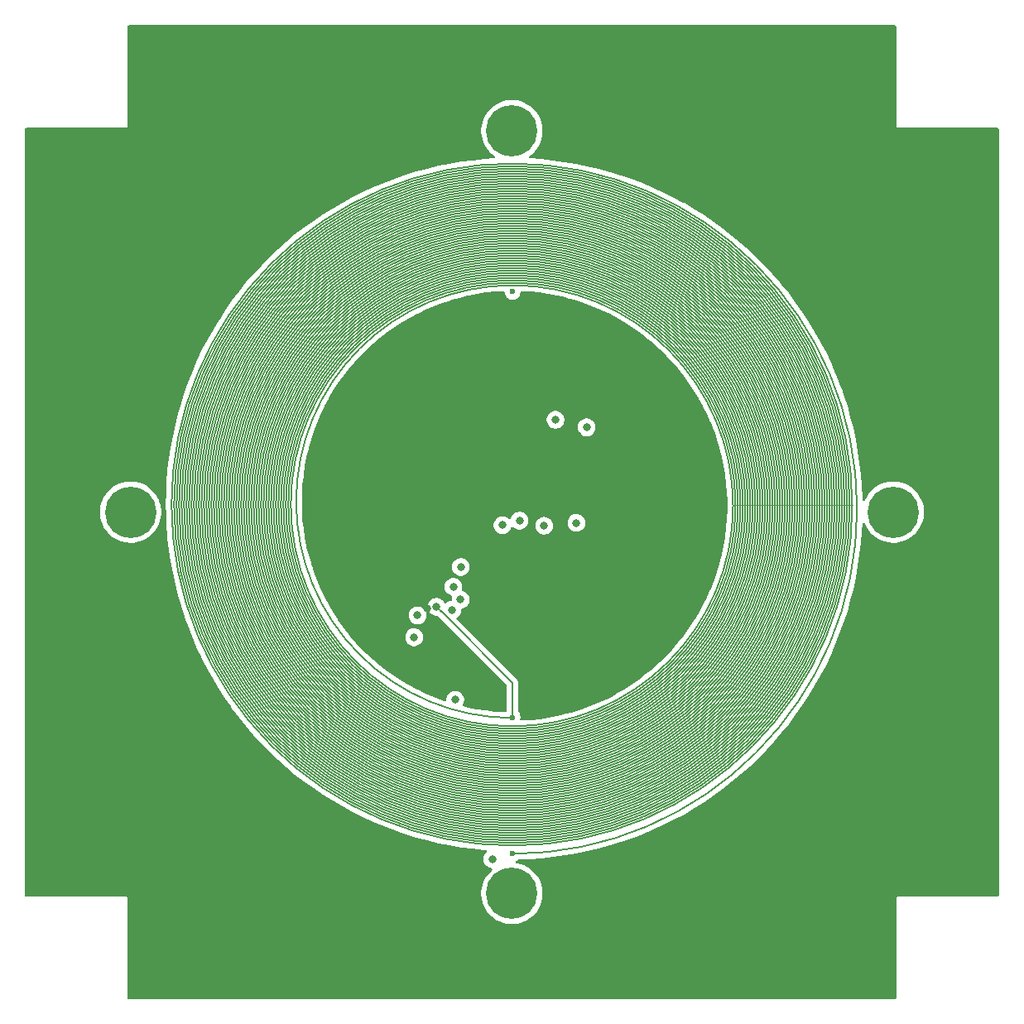
<source format=gbr>
%TF.GenerationSoftware,KiCad,Pcbnew,9.0.0*%
%TF.CreationDate,2025-03-12T18:23:27-07:00*%
%TF.ProjectId,Z_Face_V2,5a5f4661-6365-45f5-9632-2e6b69636164,3.1*%
%TF.SameCoordinates,Original*%
%TF.FileFunction,Copper,L2,Inr*%
%TF.FilePolarity,Positive*%
%FSLAX46Y46*%
G04 Gerber Fmt 4.6, Leading zero omitted, Abs format (unit mm)*
G04 Created by KiCad (PCBNEW 9.0.0) date 2025-03-12 18:23:27*
%MOMM*%
%LPD*%
G01*
G04 APERTURE LIST*
%TA.AperFunction,EtchedComponent*%
%ADD10C,0.127000*%
%TD*%
%TA.AperFunction,HeatsinkPad*%
%ADD11C,0.500000*%
%TD*%
%TA.AperFunction,ComponentPad*%
%ADD12C,0.600000*%
%TD*%
%TA.AperFunction,ComponentPad*%
%ADD13C,5.250000*%
%TD*%
%TA.AperFunction,ViaPad*%
%ADD14C,0.800000*%
%TD*%
%TA.AperFunction,Conductor*%
%ADD15C,0.127000*%
%TD*%
G04 APERTURE END LIST*
D10*
%TO.C,REF\u002A\u002A*%
X149564000Y-49352780D02*
G75*
G02*
X149564000Y-119952780I-62781J-35300000D01*
G01*
X149564000Y-49606780D02*
G75*
G02*
X149564000Y-119098780I0J-34746000D01*
G01*
X149564000Y-49860780D02*
G75*
G02*
X149564000Y-118844780I0J-34492000D01*
G01*
X149564000Y-50114780D02*
G75*
G02*
X149564000Y-118590780I0J-34238000D01*
G01*
X149564000Y-50368780D02*
G75*
G02*
X149564000Y-118336780I0J-33984000D01*
G01*
X149564000Y-50622780D02*
G75*
G02*
X149564000Y-118082780I0J-33730000D01*
G01*
X149564000Y-50876780D02*
G75*
G02*
X149564000Y-117828780I0J-33476000D01*
G01*
X149564000Y-51130780D02*
G75*
G02*
X149564000Y-117574780I0J-33222000D01*
G01*
X149564000Y-51384780D02*
G75*
G02*
X149564000Y-117320780I0J-32968000D01*
G01*
X149564000Y-51638780D02*
G75*
G02*
X149564000Y-117066780I0J-32714000D01*
G01*
X149564000Y-51892780D02*
G75*
G02*
X149564000Y-116812780I0J-32460000D01*
G01*
X149564000Y-52146780D02*
G75*
G02*
X149564000Y-116558780I0J-32206000D01*
G01*
X149564000Y-52400780D02*
G75*
G02*
X149564000Y-116304780I0J-31952000D01*
G01*
X149564000Y-52654780D02*
G75*
G02*
X149564000Y-116050780I0J-31698000D01*
G01*
X149564000Y-52908780D02*
G75*
G02*
X149564000Y-115796780I0J-31444000D01*
G01*
X149564000Y-53162780D02*
G75*
G02*
X149564000Y-115542780I0J-31190000D01*
G01*
X149564000Y-53416780D02*
G75*
G02*
X149564000Y-115288780I0J-30936000D01*
G01*
X149564000Y-53670780D02*
G75*
G02*
X149564000Y-115034780I0J-30682000D01*
G01*
X149564000Y-53924780D02*
G75*
G02*
X149564000Y-114780780I0J-30428000D01*
G01*
X149564000Y-54178780D02*
G75*
G02*
X149564000Y-114526780I0J-30174000D01*
G01*
X149564000Y-54432780D02*
G75*
G02*
X149564000Y-114272780I0J-29920000D01*
G01*
X149564000Y-54686780D02*
G75*
G02*
X149564000Y-114018780I0J-29666000D01*
G01*
X149564000Y-54940780D02*
G75*
G02*
X149564000Y-113764780I0J-29412000D01*
G01*
X149564000Y-55194780D02*
G75*
G02*
X149564000Y-113510780I0J-29158000D01*
G01*
X149564000Y-55448780D02*
G75*
G02*
X149564000Y-113256780I0J-28904000D01*
G01*
X149564000Y-55702780D02*
G75*
G02*
X149564000Y-113002780I0J-28650000D01*
G01*
X149564000Y-55956780D02*
G75*
G02*
X149564000Y-112748780I0J-28396000D01*
G01*
X149564000Y-56210780D02*
G75*
G02*
X149564000Y-112494780I0J-28142000D01*
G01*
X149564000Y-56464780D02*
G75*
G02*
X149564000Y-112240780I0J-27888000D01*
G01*
X149564000Y-56718780D02*
G75*
G02*
X149564000Y-111986780I0J-27634000D01*
G01*
X149564000Y-56972780D02*
G75*
G02*
X149564000Y-111732780I0J-27380000D01*
G01*
X149564000Y-57226780D02*
G75*
G02*
X149564000Y-111478780I0J-27126000D01*
G01*
X149564000Y-57480780D02*
G75*
G02*
X149564000Y-111224780I0J-26872000D01*
G01*
X149564000Y-57734780D02*
G75*
G02*
X149564000Y-110970780I0J-26618000D01*
G01*
X149564000Y-57988780D02*
G75*
G02*
X149564000Y-110716780I0J-26364000D01*
G01*
X149564000Y-58242780D02*
G75*
G02*
X149564000Y-110462780I0J-26110000D01*
G01*
X149564000Y-58496780D02*
G75*
G02*
X149564000Y-110208780I0J-25856000D01*
G01*
X149564000Y-58750780D02*
G75*
G02*
X149564000Y-109954780I0J-25602000D01*
G01*
X149564000Y-59004780D02*
G75*
G02*
X149564000Y-109700780I0J-25348000D01*
G01*
X149564000Y-59258780D02*
G75*
G02*
X149564000Y-109446780I0J-25094000D01*
G01*
X149564000Y-59512780D02*
G75*
G02*
X149564000Y-109192780I0J-24840000D01*
G01*
X149564000Y-59766780D02*
G75*
G02*
X149564000Y-108938780I0J-24586000D01*
G01*
X149564000Y-60020780D02*
G75*
G02*
X149564000Y-108684780I0J-24332000D01*
G01*
X149564000Y-60274780D02*
G75*
G02*
X149564000Y-108430780I0J-24078000D01*
G01*
X149564000Y-60528780D02*
G75*
G02*
X149564000Y-108176780I0J-23824000D01*
G01*
X149564000Y-60782780D02*
G75*
G02*
X149564000Y-107922780I0J-23570000D01*
G01*
X149564000Y-61036780D02*
G75*
G02*
X149564000Y-107668780I0J-23316000D01*
G01*
X149564000Y-61290780D02*
G75*
G02*
X149564000Y-107414780I0J-23062000D01*
G01*
X149564000Y-61544780D02*
G75*
G02*
X149564000Y-107160780I0J-22808000D01*
G01*
X149564000Y-61798780D02*
G75*
G02*
X149564000Y-106906780I1430J-22554000D01*
G01*
X149564000Y-106052780D02*
G75*
G02*
X149564000Y-61798780I-2034J22127000D01*
G01*
X149564000Y-106906780D02*
G75*
G02*
X149564000Y-61544780I0J22681000D01*
G01*
X149564000Y-107160780D02*
G75*
G02*
X149564000Y-61290780I0J22935000D01*
G01*
X149564000Y-107414780D02*
G75*
G02*
X149564000Y-61036780I0J23189000D01*
G01*
X149564000Y-107668780D02*
G75*
G02*
X149564000Y-60782780I0J23443000D01*
G01*
X149564000Y-107922780D02*
G75*
G02*
X149564000Y-60528780I0J23697000D01*
G01*
X149564000Y-108176780D02*
G75*
G02*
X149564000Y-60274780I0J23951000D01*
G01*
X149564000Y-108430780D02*
G75*
G02*
X149564000Y-60020780I0J24205000D01*
G01*
X149564000Y-108684780D02*
G75*
G02*
X149564000Y-59766780I0J24459000D01*
G01*
X149564000Y-108938780D02*
G75*
G02*
X149564000Y-59512780I0J24713000D01*
G01*
X149564000Y-109192780D02*
G75*
G02*
X149564000Y-59258780I0J24967000D01*
G01*
X149564000Y-109446780D02*
G75*
G02*
X149564000Y-59004780I0J25221000D01*
G01*
X149564000Y-109700780D02*
G75*
G02*
X149564000Y-58750780I0J25475000D01*
G01*
X149564000Y-109954780D02*
G75*
G02*
X149564000Y-58496780I0J25729000D01*
G01*
X149564000Y-110208780D02*
G75*
G02*
X149564000Y-58242780I0J25983000D01*
G01*
X149564000Y-110462780D02*
G75*
G02*
X149564000Y-57988780I0J26237000D01*
G01*
X149564000Y-110716780D02*
G75*
G02*
X149564000Y-57734780I0J26491000D01*
G01*
X149564000Y-110970780D02*
G75*
G02*
X149564000Y-57480780I0J26745000D01*
G01*
X149564000Y-111224780D02*
G75*
G02*
X149564000Y-57226780I0J26999000D01*
G01*
X149564000Y-111478780D02*
G75*
G02*
X149564000Y-56972780I0J27253000D01*
G01*
X149564000Y-111732780D02*
G75*
G02*
X149564000Y-56718780I0J27507000D01*
G01*
X149564000Y-111986780D02*
G75*
G02*
X149564000Y-56464780I0J27761000D01*
G01*
X149564000Y-112240780D02*
G75*
G02*
X149564000Y-56210780I0J28015000D01*
G01*
X149564000Y-112494780D02*
G75*
G02*
X149564000Y-55956780I0J28269000D01*
G01*
X149564000Y-112748780D02*
G75*
G02*
X149564000Y-55702780I0J28523000D01*
G01*
X149564000Y-113002780D02*
G75*
G02*
X149564000Y-55448780I0J28777000D01*
G01*
X149564000Y-113256780D02*
G75*
G02*
X149564000Y-55194780I0J29031000D01*
G01*
X149564000Y-113510780D02*
G75*
G02*
X149564000Y-54940780I0J29285000D01*
G01*
X149564000Y-113764780D02*
G75*
G02*
X149564000Y-54686780I0J29539000D01*
G01*
X149564000Y-114018780D02*
G75*
G02*
X149564000Y-54432780I0J29793000D01*
G01*
X149564000Y-114272780D02*
G75*
G02*
X149564000Y-54178780I0J30047000D01*
G01*
X149564000Y-114526780D02*
G75*
G02*
X149564000Y-53924780I0J30301000D01*
G01*
X149564000Y-114780780D02*
G75*
G02*
X149564000Y-53670780I0J30555000D01*
G01*
X149564000Y-115034780D02*
G75*
G02*
X149564000Y-53416780I0J30809000D01*
G01*
X149564000Y-115288780D02*
G75*
G02*
X149564000Y-53162780I0J31063000D01*
G01*
X149564000Y-115542780D02*
G75*
G02*
X149564000Y-52908780I0J31317000D01*
G01*
X149564000Y-115796780D02*
G75*
G02*
X149564000Y-52654780I0J31571000D01*
G01*
X149564000Y-116050780D02*
G75*
G02*
X149564000Y-52400780I0J31825000D01*
G01*
X149564000Y-116304780D02*
G75*
G02*
X149564000Y-52146780I0J32079000D01*
G01*
X149564000Y-116558780D02*
G75*
G02*
X149564000Y-51892780I0J32333000D01*
G01*
X149564000Y-116812780D02*
G75*
G02*
X149564000Y-51638780I0J32587000D01*
G01*
X149564000Y-117066780D02*
G75*
G02*
X149564000Y-51384780I0J32841000D01*
G01*
X149564000Y-117320780D02*
G75*
G02*
X149564000Y-51130780I0J33095000D01*
G01*
X149564000Y-117574780D02*
G75*
G02*
X149564000Y-50876780I0J33349000D01*
G01*
X149564000Y-117828780D02*
G75*
G02*
X149564000Y-50622780I0J33603000D01*
G01*
X149564000Y-118082780D02*
G75*
G02*
X149564000Y-50368780I0J33857000D01*
G01*
X149564000Y-118336780D02*
G75*
G02*
X149564000Y-50114780I0J34111000D01*
G01*
X149564000Y-118590780D02*
G75*
G02*
X149564000Y-49860780I0J34365000D01*
G01*
X149564000Y-118844780D02*
G75*
G02*
X149564000Y-49606780I0J34619000D01*
G01*
X149564000Y-119098780D02*
G75*
G02*
X149564000Y-49352780I-7578J34873000D01*
G01*
%TD*%
D11*
%TO.N,GND*%
%TO.C,U3*%
X161441422Y-71602944D03*
X160522183Y-72522183D03*
X162219239Y-72380761D03*
X161300000Y-73300000D03*
%TD*%
D12*
%TO.N,*%
%TO.C,REF\u002A\u002A*%
X149564000Y-105988780D03*
X149564000Y-62462780D03*
X149564000Y-119952780D03*
%TD*%
D13*
%TO.N,unconnected-(J4-Pin_1-Pad1)*%
%TO.C,J4*%
X110500000Y-85000000D03*
%TD*%
%TO.N,unconnected-(J5-Pin_1-Pad1)*%
%TO.C,J5*%
X149500000Y-124000000D03*
%TD*%
%TO.N,unconnected-(J6-Pin_1-Pad1)*%
%TO.C,J6*%
X149500000Y-46000000D03*
%TD*%
%TO.N,unconnected-(J7-Pin_1-Pad1)*%
%TO.C,J7*%
X188500000Y-85000000D03*
%TD*%
D14*
%TO.N,GND*%
X139200000Y-66200000D03*
X131400000Y-53100000D03*
X126300000Y-46300000D03*
X161000000Y-66300000D03*
X166300000Y-52200000D03*
X189800000Y-68600000D03*
X194000000Y-72600000D03*
X188500000Y-107500000D03*
X191700000Y-114800000D03*
X189000000Y-114900000D03*
X137700000Y-121700000D03*
X135200000Y-122700000D03*
X116700000Y-122800000D03*
X114700000Y-120600000D03*
X126600000Y-112600000D03*
X124600000Y-110800000D03*
X111400000Y-75200000D03*
X108700000Y-77900000D03*
X148000000Y-79700000D03*
X145800000Y-77800000D03*
X143900000Y-83700000D03*
X142000000Y-81700000D03*
X166300000Y-71100000D03*
X164500000Y-69100000D03*
X166800000Y-74500000D03*
X168900000Y-76500000D03*
X184500000Y-70900000D03*
X184500000Y-73700000D03*
X137900000Y-98900000D03*
X137900000Y-101300000D03*
X175000000Y-111000000D03*
X172300000Y-113300000D03*
X163200000Y-99500000D03*
X160900000Y-101600000D03*
X151200000Y-92000000D03*
X156400000Y-87900000D03*
%TO.N,+3V3*%
X152800000Y-86400000D03*
%TO.N,SCL*%
X150276396Y-85876396D03*
%TO.N,SDA*%
X148545000Y-86345000D03*
%TO.N,GND*%
X140802156Y-94889337D03*
%TO.N,VSOLAR*%
X156100000Y-86100000D03*
%TO.N,GND*%
X154100000Y-85600000D03*
X150800000Y-82300000D03*
X146500000Y-86500000D03*
X149700000Y-89700000D03*
%TO.N,+3V3*%
X143400000Y-95000000D03*
X139854705Y-95552837D03*
%TO.N,GND*%
X161400000Y-74700000D03*
X159200000Y-72600000D03*
X160200000Y-73600000D03*
%TO.N,Net-(U2-OUT+)*%
X139500000Y-97800000D03*
%TO.N,GND*%
X162122280Y-69077720D03*
%TO.N,Net-(U2-OUT+)*%
X143700000Y-104200000D03*
%TO.N,GND*%
X156260000Y-77181974D03*
X162420000Y-71460000D03*
X137946283Y-91716283D03*
%TO.N,Net-(U2-OUT+)*%
X147500000Y-120500000D03*
%TO.N,GND*%
X171630000Y-123540000D03*
X119890000Y-126760000D03*
X111040000Y-62950000D03*
X164540000Y-46420000D03*
%TO.N,SDA*%
X144270000Y-90620000D03*
X153961802Y-75551802D03*
X144245000Y-93955000D03*
X157140000Y-76330000D03*
%TO.N,SCL*%
X143511396Y-92641396D03*
%TO.N,Net-(U2-OUT+)*%
X141780000Y-94680000D03*
%TD*%
D15*
%TO.N,Net-(U2-OUT+)*%
X149564000Y-105988780D02*
X149564000Y-102464000D01*
X149564000Y-102464000D02*
X142249872Y-95149872D01*
X142300000Y-95200000D02*
X141900000Y-94800000D01*
%TD*%
%TA.AperFunction,Conductor*%
%TO.N,GND*%
G36*
X151400924Y-62447600D02*
G01*
X151406096Y-62448034D01*
X152316644Y-62543682D01*
X152321847Y-62544339D01*
X153227504Y-62678022D01*
X153232662Y-62678894D01*
X154131995Y-62850398D01*
X154137147Y-62851494D01*
X155028443Y-63060495D01*
X155033523Y-63061799D01*
X155915299Y-63307945D01*
X155920339Y-63309466D01*
X156157102Y-63386382D01*
X156791023Y-63592320D01*
X156796007Y-63594055D01*
X157654085Y-63913123D01*
X157658992Y-63915066D01*
X158143117Y-64118546D01*
X158502954Y-64269788D01*
X158507737Y-64271916D01*
X159111632Y-64556054D01*
X159336144Y-64661689D01*
X159340871Y-64664036D01*
X160152188Y-65088136D01*
X160156764Y-65090652D01*
X160949652Y-65548381D01*
X160954128Y-65551091D01*
X161727120Y-66041603D01*
X161731512Y-66044520D01*
X162483299Y-66566983D01*
X162487530Y-66570057D01*
X163216773Y-67123539D01*
X163220909Y-67126818D01*
X163926322Y-67710345D01*
X163930317Y-67713793D01*
X164610650Y-68326326D01*
X164614498Y-68329939D01*
X165268602Y-68970443D01*
X165272290Y-68974209D01*
X165308071Y-69012310D01*
X165898992Y-69641538D01*
X165902513Y-69645447D01*
X166452539Y-70282621D01*
X166500744Y-70338464D01*
X166504108Y-70342531D01*
X167072764Y-71059957D01*
X167075955Y-71064161D01*
X167614068Y-71804771D01*
X167617080Y-71809104D01*
X168123717Y-72571613D01*
X168126523Y-72576033D01*
X168600818Y-73359149D01*
X168603441Y-73363694D01*
X168631823Y-73415318D01*
X169032119Y-74143419D01*
X169044479Y-74165899D01*
X169046925Y-74170576D01*
X169453998Y-74990583D01*
X169456245Y-74995358D01*
X169828616Y-75831679D01*
X169830661Y-75836544D01*
X170167680Y-76687715D01*
X170169516Y-76692653D01*
X170359111Y-77237070D01*
X170470601Y-77557213D01*
X170472230Y-77562228D01*
X170487749Y-77613627D01*
X170736843Y-78438631D01*
X170738262Y-78443714D01*
X170965939Y-79330419D01*
X170967144Y-79335557D01*
X171157487Y-80231016D01*
X171158476Y-80236200D01*
X171311154Y-81138851D01*
X171311925Y-81144072D01*
X171426669Y-82052317D01*
X171427221Y-82057566D01*
X171503829Y-82969842D01*
X171504160Y-82975109D01*
X171542498Y-83889756D01*
X171542609Y-83895033D01*
X171542609Y-84810526D01*
X171542498Y-84815803D01*
X171504160Y-85730450D01*
X171503829Y-85735717D01*
X171427221Y-86647993D01*
X171426669Y-86653242D01*
X171311925Y-87561487D01*
X171311154Y-87566708D01*
X171158476Y-88469359D01*
X171157487Y-88474543D01*
X170967144Y-89370002D01*
X170965939Y-89375140D01*
X170738262Y-90261845D01*
X170736843Y-90266928D01*
X170472232Y-91143326D01*
X170470601Y-91148346D01*
X170169520Y-92012897D01*
X170167680Y-92017844D01*
X169830661Y-92869015D01*
X169828616Y-92873880D01*
X169456245Y-93710201D01*
X169453998Y-93714976D01*
X169046925Y-94534983D01*
X169044479Y-94539660D01*
X168603441Y-95341865D01*
X168600805Y-95346431D01*
X168315299Y-95817837D01*
X168126546Y-96129490D01*
X168123717Y-96133946D01*
X167617080Y-96896455D01*
X167614068Y-96900788D01*
X167075955Y-97641398D01*
X167072764Y-97645602D01*
X166504108Y-98363028D01*
X166500744Y-98367095D01*
X165902524Y-99060099D01*
X165898992Y-99064021D01*
X165272294Y-99731346D01*
X165268602Y-99735116D01*
X164614498Y-100375620D01*
X164610650Y-100379233D01*
X163930317Y-100991766D01*
X163926322Y-100995214D01*
X163220909Y-101578741D01*
X163216773Y-101582020D01*
X162487550Y-102135488D01*
X162483280Y-102138590D01*
X161731516Y-102661036D01*
X161727120Y-102663956D01*
X160954147Y-103154456D01*
X160949632Y-103157190D01*
X160156788Y-103614894D01*
X160152163Y-103617436D01*
X159340871Y-104041523D01*
X159336144Y-104043870D01*
X158507765Y-104433630D01*
X158502943Y-104435776D01*
X157658992Y-104790493D01*
X157654085Y-104792436D01*
X156796007Y-105111504D01*
X156791023Y-105113239D01*
X155920345Y-105396091D01*
X155915292Y-105397616D01*
X155033538Y-105643756D01*
X155028427Y-105645068D01*
X154137152Y-105854064D01*
X154131989Y-105855162D01*
X153232685Y-106026661D01*
X153227481Y-106027540D01*
X152321864Y-106161217D01*
X152316628Y-106161879D01*
X151406139Y-106257521D01*
X151400880Y-106257962D01*
X150487226Y-106315388D01*
X150481965Y-106315608D01*
X150479487Y-106315660D01*
X150410962Y-106297092D01*
X150363354Y-106244423D01*
X150351778Y-106174377D01*
X150353259Y-106165140D01*
X150372500Y-106068410D01*
X150372500Y-105909150D01*
X150341430Y-105752949D01*
X150280483Y-105605812D01*
X150192003Y-105473391D01*
X150192001Y-105473389D01*
X150191996Y-105473383D01*
X150172905Y-105454292D01*
X150138879Y-105391980D01*
X150136000Y-105365197D01*
X150136000Y-102388696D01*
X150136000Y-102388695D01*
X150097019Y-102243216D01*
X150034822Y-102135488D01*
X150021716Y-102112787D01*
X150021712Y-102112782D01*
X149915216Y-102006286D01*
X143869179Y-95960249D01*
X143835153Y-95897937D01*
X143840218Y-95827122D01*
X143882765Y-95770286D01*
X143888243Y-95766409D01*
X143979135Y-95705678D01*
X144105678Y-95579135D01*
X144205102Y-95430336D01*
X144273587Y-95265000D01*
X144308500Y-95089479D01*
X144308500Y-94972073D01*
X144328502Y-94903952D01*
X144382158Y-94857459D01*
X144409917Y-94848494D01*
X144510000Y-94828587D01*
X144675336Y-94760102D01*
X144824135Y-94660678D01*
X144950678Y-94534135D01*
X145050102Y-94385336D01*
X145118587Y-94220000D01*
X145153500Y-94044479D01*
X145153500Y-93865521D01*
X145118587Y-93690000D01*
X145050102Y-93524664D01*
X144950678Y-93375865D01*
X144824135Y-93249322D01*
X144675336Y-93149898D01*
X144558429Y-93101473D01*
X144510003Y-93081414D01*
X144510001Y-93081413D01*
X144510000Y-93081413D01*
X144478102Y-93075068D01*
X144415195Y-93042161D01*
X144380063Y-92980466D01*
X144383706Y-92912484D01*
X144383184Y-92912326D01*
X144383829Y-92910197D01*
X144383863Y-92909571D01*
X144384613Y-92907613D01*
X144384979Y-92906405D01*
X144384983Y-92906396D01*
X144419896Y-92730875D01*
X144419896Y-92551917D01*
X144384983Y-92376396D01*
X144316498Y-92211060D01*
X144217074Y-92062261D01*
X144090531Y-91935718D01*
X143941732Y-91836294D01*
X143824825Y-91787869D01*
X143776399Y-91767810D01*
X143776397Y-91767809D01*
X143776396Y-91767809D01*
X143688041Y-91750234D01*
X143600877Y-91732896D01*
X143600875Y-91732896D01*
X143421917Y-91732896D01*
X143421914Y-91732896D01*
X143291167Y-91758903D01*
X143246396Y-91767809D01*
X143246395Y-91767809D01*
X143246392Y-91767810D01*
X143081058Y-91836295D01*
X142932265Y-91935715D01*
X142932258Y-91935720D01*
X142805720Y-92062258D01*
X142805715Y-92062265D01*
X142706295Y-92211058D01*
X142637810Y-92376392D01*
X142602896Y-92551914D01*
X142602896Y-92551917D01*
X142602896Y-92730875D01*
X142637809Y-92906396D01*
X142706294Y-93071732D01*
X142805718Y-93220531D01*
X142932261Y-93347074D01*
X143081060Y-93446498D01*
X143246396Y-93514983D01*
X143278290Y-93521327D01*
X143341198Y-93554232D01*
X143376331Y-93615926D01*
X143372688Y-93683911D01*
X143373212Y-93684070D01*
X143372566Y-93686198D01*
X143372533Y-93686821D01*
X143371787Y-93688767D01*
X143371413Y-93689999D01*
X143336500Y-93865518D01*
X143336500Y-93982926D01*
X143316498Y-94051047D01*
X143262842Y-94097540D01*
X143235083Y-94106505D01*
X143167585Y-94119931D01*
X143135000Y-94126413D01*
X143134999Y-94126413D01*
X143134996Y-94126414D01*
X142969662Y-94194899D01*
X142820869Y-94294319D01*
X142820866Y-94294321D01*
X142800575Y-94314612D01*
X142738262Y-94348636D01*
X142667446Y-94343570D01*
X142610611Y-94301022D01*
X142595073Y-94273734D01*
X142585104Y-94249669D01*
X142585102Y-94249664D01*
X142548509Y-94194899D01*
X142485678Y-94100865D01*
X142359135Y-93974322D01*
X142210336Y-93874898D01*
X142093429Y-93826473D01*
X142045003Y-93806414D01*
X142045001Y-93806413D01*
X142045000Y-93806413D01*
X141956645Y-93788838D01*
X141869481Y-93771500D01*
X141869479Y-93771500D01*
X141690521Y-93771500D01*
X141690518Y-93771500D01*
X141559771Y-93797507D01*
X141515000Y-93806413D01*
X141514999Y-93806413D01*
X141514996Y-93806414D01*
X141383902Y-93860716D01*
X141372300Y-93865522D01*
X141349662Y-93874899D01*
X141200869Y-93974319D01*
X141200862Y-93974324D01*
X141074324Y-94100862D01*
X141074319Y-94100869D01*
X140974899Y-94249662D01*
X140906414Y-94414996D01*
X140906413Y-94414999D01*
X140906413Y-94415000D01*
X140902188Y-94436241D01*
X140871500Y-94590518D01*
X140871500Y-94769481D01*
X140906414Y-94945003D01*
X140926473Y-94993429D01*
X140974898Y-95110336D01*
X141074322Y-95259135D01*
X141200865Y-95385678D01*
X141349664Y-95485102D01*
X141515000Y-95553587D01*
X141690521Y-95588500D01*
X141690522Y-95588500D01*
X141827380Y-95588500D01*
X141895501Y-95608502D01*
X141916475Y-95625405D01*
X148955095Y-102664025D01*
X148989121Y-102726337D01*
X148992000Y-102753120D01*
X148992000Y-105339997D01*
X148989032Y-105350103D01*
X148990311Y-105360560D01*
X148979201Y-105383585D01*
X148971998Y-105408118D01*
X148964035Y-105415017D01*
X148959459Y-105424503D01*
X148937667Y-105437865D01*
X148918342Y-105454611D01*
X148906305Y-105457096D01*
X148898935Y-105461616D01*
X148863337Y-105465969D01*
X148651735Y-105461496D01*
X148646391Y-105461269D01*
X147738516Y-105403456D01*
X147733186Y-105403003D01*
X146828563Y-105306708D01*
X146823257Y-105306029D01*
X145923553Y-105171426D01*
X145918281Y-105170523D01*
X145025070Y-104997849D01*
X145019841Y-104996722D01*
X144540708Y-104882807D01*
X144479061Y-104847591D01*
X144446240Y-104784636D01*
X144452664Y-104713931D01*
X144465084Y-104690226D01*
X144505102Y-104630336D01*
X144573587Y-104465000D01*
X144608500Y-104289479D01*
X144608500Y-104110521D01*
X144573587Y-103935000D01*
X144505102Y-103769664D01*
X144405678Y-103620865D01*
X144279135Y-103494322D01*
X144130336Y-103394898D01*
X144013429Y-103346473D01*
X143965003Y-103326414D01*
X143965001Y-103326413D01*
X143965000Y-103326413D01*
X143876645Y-103308838D01*
X143789481Y-103291500D01*
X143789479Y-103291500D01*
X143610521Y-103291500D01*
X143610518Y-103291500D01*
X143479771Y-103317507D01*
X143435000Y-103326413D01*
X143434999Y-103326413D01*
X143434996Y-103326414D01*
X143269662Y-103394899D01*
X143120869Y-103494319D01*
X143120862Y-103494324D01*
X142994324Y-103620862D01*
X142994319Y-103620869D01*
X142894899Y-103769662D01*
X142826414Y-103934996D01*
X142791500Y-104110518D01*
X142791500Y-104210579D01*
X142783375Y-104238249D01*
X142778339Y-104266644D01*
X142773504Y-104271868D01*
X142771498Y-104278700D01*
X142749699Y-104297588D01*
X142730115Y-104318749D01*
X142723223Y-104320529D01*
X142717842Y-104325193D01*
X142689295Y-104329297D01*
X142661377Y-104336512D01*
X142651410Y-104334744D01*
X142647568Y-104335297D01*
X142626064Y-104330249D01*
X142385130Y-104250852D01*
X142380087Y-104249070D01*
X141528946Y-103927932D01*
X141523982Y-103925938D01*
X140687210Y-103568951D01*
X140682336Y-103566748D01*
X139861485Y-103174576D01*
X139856708Y-103172168D01*
X139053242Y-102745509D01*
X139048572Y-102742901D01*
X138263913Y-102282509D01*
X138259358Y-102279704D01*
X137494982Y-101786445D01*
X137490550Y-101783450D01*
X136747790Y-101258188D01*
X136743489Y-101255008D01*
X136407350Y-100995214D01*
X136023663Y-100698670D01*
X136019504Y-100695312D01*
X135976320Y-100658906D01*
X135323964Y-100108944D01*
X135319975Y-100105433D01*
X134649932Y-99490056D01*
X134646070Y-99486355D01*
X134002766Y-98843111D01*
X133999064Y-98839249D01*
X133878959Y-98708499D01*
X133576413Y-98379137D01*
X133383639Y-98169276D01*
X133380105Y-98165261D01*
X133059937Y-97785554D01*
X133059936Y-97785551D01*
X132996668Y-97710518D01*
X138591500Y-97710518D01*
X138591500Y-97889481D01*
X138599343Y-97928911D01*
X138626413Y-98065000D01*
X138694898Y-98230336D01*
X138794322Y-98379135D01*
X138920865Y-98505678D01*
X139069664Y-98605102D01*
X139235000Y-98673587D01*
X139410521Y-98708500D01*
X139410522Y-98708500D01*
X139589478Y-98708500D01*
X139589479Y-98708500D01*
X139765000Y-98673587D01*
X139930336Y-98605102D01*
X140079135Y-98505678D01*
X140205678Y-98379135D01*
X140305102Y-98230336D01*
X140373587Y-98065000D01*
X140408500Y-97889479D01*
X140408500Y-97710521D01*
X140373587Y-97535000D01*
X140305102Y-97369664D01*
X140205678Y-97220865D01*
X140079135Y-97094322D01*
X139930336Y-96994898D01*
X139813429Y-96946473D01*
X139765003Y-96926414D01*
X139765001Y-96926413D01*
X139765000Y-96926413D01*
X139676645Y-96908838D01*
X139589481Y-96891500D01*
X139589479Y-96891500D01*
X139410521Y-96891500D01*
X139410518Y-96891500D01*
X139279771Y-96917507D01*
X139235000Y-96926413D01*
X139234999Y-96926413D01*
X139234996Y-96926414D01*
X139069662Y-96994899D01*
X138920869Y-97094319D01*
X138920862Y-97094324D01*
X138794324Y-97220862D01*
X138794319Y-97220869D01*
X138694899Y-97369662D01*
X138626414Y-97534996D01*
X138591500Y-97710518D01*
X132996668Y-97710518D01*
X132793673Y-97469773D01*
X132790312Y-97465612D01*
X132233922Y-96745855D01*
X132230742Y-96741554D01*
X131705408Y-95998838D01*
X131702412Y-95994407D01*
X131695162Y-95983174D01*
X131359651Y-95463355D01*
X138946205Y-95463355D01*
X138946205Y-95463358D01*
X138946205Y-95642316D01*
X138981118Y-95817837D01*
X139049603Y-95983173D01*
X139149027Y-96131972D01*
X139275570Y-96258515D01*
X139424369Y-96357939D01*
X139589705Y-96426424D01*
X139765226Y-96461337D01*
X139765227Y-96461337D01*
X139944183Y-96461337D01*
X139944184Y-96461337D01*
X140119705Y-96426424D01*
X140285041Y-96357939D01*
X140433840Y-96258515D01*
X140560383Y-96131972D01*
X140659807Y-95983173D01*
X140728292Y-95817837D01*
X140763205Y-95642316D01*
X140763205Y-95463358D01*
X140728292Y-95287837D01*
X140659807Y-95122501D01*
X140560383Y-94973702D01*
X140433840Y-94847159D01*
X140285041Y-94747735D01*
X140168134Y-94699310D01*
X140119708Y-94679251D01*
X140119706Y-94679250D01*
X140119705Y-94679250D01*
X140026347Y-94660680D01*
X139944186Y-94644337D01*
X139944184Y-94644337D01*
X139765226Y-94644337D01*
X139765223Y-94644337D01*
X139634476Y-94670344D01*
X139589705Y-94679250D01*
X139589704Y-94679250D01*
X139589701Y-94679251D01*
X139424367Y-94747736D01*
X139275574Y-94847156D01*
X139275567Y-94847161D01*
X139149029Y-94973699D01*
X139149024Y-94973706D01*
X139049604Y-95122499D01*
X138981119Y-95287833D01*
X138946205Y-95463355D01*
X131359651Y-95463355D01*
X131209071Y-95230056D01*
X131206271Y-95225510D01*
X131169081Y-95162140D01*
X130745818Y-94440911D01*
X130743209Y-94436241D01*
X130316471Y-93632806D01*
X130314063Y-93628030D01*
X130263072Y-93521326D01*
X129921805Y-92807195D01*
X129919607Y-92802331D01*
X129562544Y-91965593D01*
X129560557Y-91960648D01*
X129551148Y-91935718D01*
X129239333Y-91109513D01*
X129237552Y-91104472D01*
X129107346Y-90709479D01*
X129048353Y-90530518D01*
X143361500Y-90530518D01*
X143361500Y-90530521D01*
X143361500Y-90709479D01*
X143396413Y-90885000D01*
X143464898Y-91050336D01*
X143564322Y-91199135D01*
X143690865Y-91325678D01*
X143839664Y-91425102D01*
X144005000Y-91493587D01*
X144180521Y-91528500D01*
X144180522Y-91528500D01*
X144359478Y-91528500D01*
X144359479Y-91528500D01*
X144535000Y-91493587D01*
X144700336Y-91425102D01*
X144849135Y-91325678D01*
X144975678Y-91199135D01*
X145075102Y-91050336D01*
X145143587Y-90885000D01*
X145178500Y-90709479D01*
X145178500Y-90530521D01*
X145143587Y-90355000D01*
X145075102Y-90189664D01*
X144975678Y-90040865D01*
X144849135Y-89914322D01*
X144700336Y-89814898D01*
X144583429Y-89766473D01*
X144535003Y-89746414D01*
X144535001Y-89746413D01*
X144535000Y-89746413D01*
X144446645Y-89728838D01*
X144359481Y-89711500D01*
X144359479Y-89711500D01*
X144180521Y-89711500D01*
X144180518Y-89711500D01*
X144049771Y-89737507D01*
X144005000Y-89746413D01*
X144004999Y-89746413D01*
X144004996Y-89746414D01*
X143839662Y-89814899D01*
X143690869Y-89914319D01*
X143690862Y-89914324D01*
X143564324Y-90040862D01*
X143564319Y-90040869D01*
X143464899Y-90189662D01*
X143396414Y-90354996D01*
X143361500Y-90530518D01*
X129048353Y-90530518D01*
X128952730Y-90240433D01*
X128951181Y-90235375D01*
X128707569Y-89375140D01*
X128703297Y-89360054D01*
X128701949Y-89354878D01*
X128594227Y-88901980D01*
X128491432Y-88469795D01*
X128490322Y-88464646D01*
X128317556Y-87571395D01*
X128316663Y-87566190D01*
X128181968Y-86666429D01*
X128181297Y-86661194D01*
X128138076Y-86255518D01*
X147636500Y-86255518D01*
X147636500Y-86255521D01*
X147636500Y-86434479D01*
X147671413Y-86610000D01*
X147739898Y-86775336D01*
X147839322Y-86924135D01*
X147965865Y-87050678D01*
X148114664Y-87150102D01*
X148280000Y-87218587D01*
X148455521Y-87253500D01*
X148455522Y-87253500D01*
X148634478Y-87253500D01*
X148634479Y-87253500D01*
X148810000Y-87218587D01*
X148975336Y-87150102D01*
X149124135Y-87050678D01*
X149250678Y-86924135D01*
X149350102Y-86775336D01*
X149418587Y-86610000D01*
X149423466Y-86585467D01*
X149456372Y-86522558D01*
X149518066Y-86487426D01*
X149588961Y-86491225D01*
X149636140Y-86520953D01*
X149697261Y-86582074D01*
X149846060Y-86681498D01*
X150011396Y-86749983D01*
X150186917Y-86784896D01*
X150186918Y-86784896D01*
X150365874Y-86784896D01*
X150365875Y-86784896D01*
X150541396Y-86749983D01*
X150706732Y-86681498D01*
X150855531Y-86582074D01*
X150982074Y-86455531D01*
X151078968Y-86310518D01*
X151891500Y-86310518D01*
X151891500Y-86489481D01*
X151898080Y-86522558D01*
X151926413Y-86665000D01*
X151994898Y-86830336D01*
X152094322Y-86979135D01*
X152220865Y-87105678D01*
X152369664Y-87205102D01*
X152535000Y-87273587D01*
X152710521Y-87308500D01*
X152710522Y-87308500D01*
X152889478Y-87308500D01*
X152889479Y-87308500D01*
X153065000Y-87273587D01*
X153230336Y-87205102D01*
X153379135Y-87105678D01*
X153505678Y-86979135D01*
X153605102Y-86830336D01*
X153673587Y-86665000D01*
X153708500Y-86489479D01*
X153708500Y-86310521D01*
X153673587Y-86135000D01*
X153673585Y-86134994D01*
X153639435Y-86052549D01*
X153639434Y-86052547D01*
X153622025Y-86010518D01*
X155191500Y-86010518D01*
X155191500Y-86189481D01*
X155193797Y-86201028D01*
X155226413Y-86365000D01*
X155294898Y-86530336D01*
X155394322Y-86679135D01*
X155520865Y-86805678D01*
X155669664Y-86905102D01*
X155835000Y-86973587D01*
X156010521Y-87008500D01*
X156010522Y-87008500D01*
X156189478Y-87008500D01*
X156189479Y-87008500D01*
X156365000Y-86973587D01*
X156530336Y-86905102D01*
X156679135Y-86805678D01*
X156805678Y-86679135D01*
X156905102Y-86530336D01*
X156973587Y-86365000D01*
X157008500Y-86189479D01*
X157008500Y-86010521D01*
X156973587Y-85835000D01*
X156905102Y-85669664D01*
X156805678Y-85520865D01*
X156679135Y-85394322D01*
X156530336Y-85294898D01*
X156413429Y-85246473D01*
X156365003Y-85226414D01*
X156365001Y-85226413D01*
X156365000Y-85226413D01*
X156276645Y-85208838D01*
X156189481Y-85191500D01*
X156189479Y-85191500D01*
X156010521Y-85191500D01*
X156010518Y-85191500D01*
X155879771Y-85217507D01*
X155835000Y-85226413D01*
X155834999Y-85226413D01*
X155834996Y-85226414D01*
X155669662Y-85294899D01*
X155520869Y-85394319D01*
X155520862Y-85394324D01*
X155394324Y-85520862D01*
X155394319Y-85520869D01*
X155315172Y-85639322D01*
X155294898Y-85669664D01*
X155284684Y-85694322D01*
X155226414Y-85834996D01*
X155226413Y-85834999D01*
X155226413Y-85835000D01*
X155217507Y-85879771D01*
X155191500Y-86010518D01*
X153622025Y-86010518D01*
X153605104Y-85969669D01*
X153605102Y-85969664D01*
X153568351Y-85914662D01*
X153505678Y-85820865D01*
X153379135Y-85694322D01*
X153230336Y-85594898D01*
X153097558Y-85539899D01*
X153065003Y-85526414D01*
X153065001Y-85526413D01*
X153065000Y-85526413D01*
X152976645Y-85508838D01*
X152889481Y-85491500D01*
X152889479Y-85491500D01*
X152710521Y-85491500D01*
X152710518Y-85491500D01*
X152579771Y-85517507D01*
X152535000Y-85526413D01*
X152534999Y-85526413D01*
X152534996Y-85526414D01*
X152369662Y-85594899D01*
X152220869Y-85694319D01*
X152220862Y-85694324D01*
X152094324Y-85820862D01*
X152094319Y-85820869D01*
X151994899Y-85969662D01*
X151926414Y-86134996D01*
X151926413Y-86134999D01*
X151926413Y-86135000D01*
X151921671Y-86158842D01*
X151891500Y-86310518D01*
X151078968Y-86310518D01*
X151081498Y-86306732D01*
X151149983Y-86141396D01*
X151184896Y-85965875D01*
X151184896Y-85786917D01*
X151149983Y-85611396D01*
X151081498Y-85446060D01*
X150982074Y-85297261D01*
X150855531Y-85170718D01*
X150706732Y-85071294D01*
X150589825Y-85022869D01*
X150541399Y-85002810D01*
X150541397Y-85002809D01*
X150541396Y-85002809D01*
X150453041Y-84985234D01*
X150365877Y-84967896D01*
X150365875Y-84967896D01*
X150186917Y-84967896D01*
X150186914Y-84967896D01*
X150056167Y-84993903D01*
X150011396Y-85002809D01*
X150011395Y-85002809D01*
X150011392Y-85002810D01*
X149846058Y-85071295D01*
X149697265Y-85170715D01*
X149697258Y-85170720D01*
X149570720Y-85297258D01*
X149570715Y-85297265D01*
X149471295Y-85446058D01*
X149402808Y-85611396D01*
X149397928Y-85635931D01*
X149365020Y-85698840D01*
X149303324Y-85733970D01*
X149232429Y-85730169D01*
X149185255Y-85700442D01*
X149124137Y-85639324D01*
X149124135Y-85639322D01*
X148975336Y-85539898D01*
X148858429Y-85491473D01*
X148810003Y-85471414D01*
X148810001Y-85471413D01*
X148810000Y-85471413D01*
X148721645Y-85453838D01*
X148634481Y-85436500D01*
X148634479Y-85436500D01*
X148455521Y-85436500D01*
X148455518Y-85436500D01*
X148324771Y-85462507D01*
X148280000Y-85471413D01*
X148279999Y-85471413D01*
X148279996Y-85471414D01*
X148114662Y-85539899D01*
X147965869Y-85639319D01*
X147965862Y-85639324D01*
X147839324Y-85765862D01*
X147839319Y-85765869D01*
X147739899Y-85914662D01*
X147671414Y-86079996D01*
X147636500Y-86255518D01*
X128138076Y-86255518D01*
X128084914Y-85756538D01*
X128084461Y-85751215D01*
X128080833Y-85694319D01*
X128026563Y-84843313D01*
X128026337Y-84837979D01*
X128022405Y-84652780D01*
X128007026Y-83928417D01*
X128007026Y-83923142D01*
X128026337Y-83013569D01*
X128026564Y-83008236D01*
X128028846Y-82972463D01*
X128084461Y-82100332D01*
X128084915Y-82095014D01*
X128107549Y-81882570D01*
X128181298Y-81190359D01*
X128181967Y-81185136D01*
X128316665Y-80285362D01*
X128317554Y-80280172D01*
X128490324Y-79386903D01*
X128491430Y-79381774D01*
X128701949Y-78496678D01*
X128703297Y-78491505D01*
X128717557Y-78441152D01*
X128951185Y-77616170D01*
X128952726Y-77611139D01*
X129237557Y-76747071D01*
X129239334Y-76742044D01*
X129560571Y-75890875D01*
X129562537Y-75885983D01*
X129743328Y-75462320D01*
X153053302Y-75462320D01*
X153053302Y-75462323D01*
X153053302Y-75641281D01*
X153088215Y-75816802D01*
X153156700Y-75982138D01*
X153256124Y-76130937D01*
X153382667Y-76257480D01*
X153531466Y-76356904D01*
X153696802Y-76425389D01*
X153872323Y-76460302D01*
X153872324Y-76460302D01*
X154051280Y-76460302D01*
X154051281Y-76460302D01*
X154226802Y-76425389D01*
X154392138Y-76356904D01*
X154540937Y-76257480D01*
X154557899Y-76240518D01*
X156231500Y-76240518D01*
X156231500Y-76419481D01*
X156239620Y-76460301D01*
X156266413Y-76595000D01*
X156334898Y-76760336D01*
X156434322Y-76909135D01*
X156560865Y-77035678D01*
X156709664Y-77135102D01*
X156875000Y-77203587D01*
X157050521Y-77238500D01*
X157050522Y-77238500D01*
X157229478Y-77238500D01*
X157229479Y-77238500D01*
X157405000Y-77203587D01*
X157570336Y-77135102D01*
X157719135Y-77035678D01*
X157845678Y-76909135D01*
X157945102Y-76760336D01*
X158013587Y-76595000D01*
X158048500Y-76419479D01*
X158048500Y-76240521D01*
X158013587Y-76065000D01*
X157945102Y-75899664D01*
X157845678Y-75750865D01*
X157719135Y-75624322D01*
X157570336Y-75524898D01*
X157453429Y-75476473D01*
X157405003Y-75456414D01*
X157405001Y-75456413D01*
X157405000Y-75456413D01*
X157316645Y-75438838D01*
X157229481Y-75421500D01*
X157229479Y-75421500D01*
X157050521Y-75421500D01*
X157050518Y-75421500D01*
X156919771Y-75447507D01*
X156875000Y-75456413D01*
X156874999Y-75456413D01*
X156874996Y-75456414D01*
X156709662Y-75524899D01*
X156560869Y-75624319D01*
X156560862Y-75624324D01*
X156434324Y-75750862D01*
X156434319Y-75750869D01*
X156334899Y-75899662D01*
X156266414Y-76064996D01*
X156231500Y-76240518D01*
X154557899Y-76240518D01*
X154667480Y-76130937D01*
X154766904Y-75982138D01*
X154835389Y-75816802D01*
X154870302Y-75641281D01*
X154870302Y-75462323D01*
X154835389Y-75286802D01*
X154766904Y-75121466D01*
X154667480Y-74972667D01*
X154540937Y-74846124D01*
X154392138Y-74746700D01*
X154275231Y-74698275D01*
X154226805Y-74678216D01*
X154226803Y-74678215D01*
X154226802Y-74678215D01*
X154138447Y-74660640D01*
X154051283Y-74643302D01*
X154051281Y-74643302D01*
X153872323Y-74643302D01*
X153872320Y-74643302D01*
X153741573Y-74669309D01*
X153696802Y-74678215D01*
X153696801Y-74678215D01*
X153696798Y-74678216D01*
X153531464Y-74746701D01*
X153382671Y-74846121D01*
X153382664Y-74846126D01*
X153256126Y-74972664D01*
X153256121Y-74972671D01*
X153156701Y-75121464D01*
X153088216Y-75286798D01*
X153053302Y-75462320D01*
X129743328Y-75462320D01*
X129919619Y-75049201D01*
X129921797Y-75044382D01*
X130314071Y-74223511D01*
X130316471Y-74218753D01*
X130356485Y-74143419D01*
X130743217Y-73415301D01*
X130745818Y-73410648D01*
X130774733Y-73361378D01*
X131206289Y-72626019D01*
X131209057Y-72621523D01*
X131702435Y-71857117D01*
X131705408Y-71852721D01*
X132230742Y-71110005D01*
X132233922Y-71105704D01*
X132266036Y-71064161D01*
X132790331Y-70385923D01*
X132793653Y-70381809D01*
X133380117Y-69686284D01*
X133383626Y-69682296D01*
X133999091Y-69012281D01*
X134002738Y-69008476D01*
X134646089Y-68365185D01*
X134649911Y-68361522D01*
X135320001Y-67746102D01*
X135323937Y-67742638D01*
X136019535Y-67156221D01*
X136023634Y-67152911D01*
X136743525Y-66596523D01*
X136747753Y-66593397D01*
X137490551Y-66068107D01*
X137494982Y-66065114D01*
X137531416Y-66041603D01*
X138259393Y-65571833D01*
X138263878Y-65569071D01*
X139048589Y-65108647D01*
X139053224Y-65106059D01*
X139856735Y-64679377D01*
X139861457Y-64676996D01*
X140682344Y-64284806D01*
X140687210Y-64282608D01*
X141523996Y-63925615D01*
X141528931Y-63923632D01*
X142380099Y-63602484D01*
X142385119Y-63600710D01*
X143249182Y-63315969D01*
X143254268Y-63314412D01*
X144129636Y-63066600D01*
X144134788Y-63065260D01*
X145019857Y-62854833D01*
X145025043Y-62853715D01*
X145918304Y-62681031D01*
X145923530Y-62680136D01*
X146823296Y-62545524D01*
X146828523Y-62544856D01*
X147733219Y-62448553D01*
X147738482Y-62448105D01*
X148621493Y-62391876D01*
X148690747Y-62407508D01*
X148740556Y-62458101D01*
X148755500Y-62517621D01*
X148755500Y-62542412D01*
X148771035Y-62620510D01*
X148786570Y-62698611D01*
X148847517Y-62845748D01*
X148852838Y-62853711D01*
X148935998Y-62978170D01*
X148936003Y-62978176D01*
X149048603Y-63090776D01*
X149048609Y-63090781D01*
X149048611Y-63090783D01*
X149181032Y-63179263D01*
X149328169Y-63240210D01*
X149484370Y-63271280D01*
X149484371Y-63271280D01*
X149643629Y-63271280D01*
X149643630Y-63271280D01*
X149799831Y-63240210D01*
X149946968Y-63179263D01*
X150079389Y-63090783D01*
X150192003Y-62978169D01*
X150280483Y-62845748D01*
X150341430Y-62698611D01*
X150372500Y-62542410D01*
X150372500Y-62517128D01*
X150392502Y-62449007D01*
X150446158Y-62402514D01*
X150506402Y-62391376D01*
X151400924Y-62447600D01*
G37*
%TD.AperFunction*%
%TA.AperFunction,Conductor*%
G36*
X188741621Y-35220502D02*
G01*
X188788114Y-35274158D01*
X188799500Y-35326500D01*
X188799500Y-45539882D01*
X188830023Y-45613573D01*
X188830026Y-45613577D01*
X188886422Y-45669973D01*
X188886426Y-45669976D01*
X188960118Y-45700500D01*
X189039882Y-45700500D01*
X199173500Y-45700500D01*
X199241621Y-45720502D01*
X199288114Y-45774158D01*
X199299500Y-45826500D01*
X199299500Y-124173500D01*
X199279498Y-124241621D01*
X199225842Y-124288114D01*
X199173500Y-124299500D01*
X188960118Y-124299500D01*
X188886426Y-124330023D01*
X188886422Y-124330026D01*
X188830026Y-124386422D01*
X188830023Y-124386426D01*
X188799500Y-124460117D01*
X188799500Y-134673500D01*
X188779498Y-134741621D01*
X188725842Y-134788114D01*
X188673500Y-134799500D01*
X110326500Y-134799500D01*
X110258379Y-134779498D01*
X110211886Y-134725842D01*
X110200500Y-134673500D01*
X110200500Y-124460117D01*
X110169976Y-124386426D01*
X110169973Y-124386422D01*
X110113577Y-124330026D01*
X110113573Y-124330023D01*
X110039882Y-124299500D01*
X99826500Y-124299500D01*
X99758379Y-124279498D01*
X99711886Y-124225842D01*
X99700500Y-124173500D01*
X99700500Y-84824024D01*
X107366500Y-84824024D01*
X107366500Y-85175975D01*
X107405906Y-85525711D01*
X107484223Y-85868837D01*
X107600455Y-86201010D01*
X107600466Y-86201037D01*
X107753163Y-86518116D01*
X107753168Y-86518125D01*
X107940414Y-86816124D01*
X108159844Y-87091283D01*
X108408716Y-87340155D01*
X108683875Y-87559585D01*
X108966897Y-87737420D01*
X108981879Y-87746834D01*
X109298972Y-87899538D01*
X109298988Y-87899543D01*
X109298989Y-87899544D01*
X109631162Y-88015776D01*
X109631165Y-88015776D01*
X109631169Y-88015778D01*
X109974292Y-88094094D01*
X110222284Y-88122036D01*
X110324024Y-88133500D01*
X110324026Y-88133500D01*
X110675976Y-88133500D01*
X110764795Y-88123492D01*
X111025708Y-88094094D01*
X111368831Y-88015778D01*
X111701028Y-87899538D01*
X112018121Y-87746834D01*
X112316123Y-87559586D01*
X112371155Y-87515699D01*
X112591283Y-87340155D01*
X112840155Y-87091283D01*
X113048251Y-86830337D01*
X113059586Y-86816123D01*
X113246834Y-86518121D01*
X113399538Y-86201028D01*
X113515778Y-85868831D01*
X113594094Y-85525708D01*
X113633500Y-85175974D01*
X113633500Y-84824026D01*
X113632573Y-84815803D01*
X113614205Y-84652780D01*
X113594094Y-84474292D01*
X113537372Y-84225780D01*
X114106574Y-84225780D01*
X114125961Y-85398039D01*
X114184100Y-86568989D01*
X114232260Y-87150100D01*
X114280933Y-87737413D01*
X114334980Y-88202222D01*
X114416348Y-88901988D01*
X114590197Y-90061435D01*
X114802290Y-91214489D01*
X115052408Y-92359951D01*
X115340244Y-93496427D01*
X115340249Y-93496445D01*
X115340252Y-93496456D01*
X115656192Y-94590518D01*
X115665536Y-94622874D01*
X116017414Y-95705682D01*
X116027871Y-95737860D01*
X116052209Y-95805102D01*
X116426891Y-96840292D01*
X116846377Y-97889479D01*
X116862143Y-97928911D01*
X117333157Y-99002550D01*
X117683869Y-99735116D01*
X117839427Y-100060046D01*
X118380359Y-101100165D01*
X118955425Y-102121890D01*
X119332995Y-102743676D01*
X119563944Y-103124006D01*
X120205272Y-104105460D01*
X120726028Y-104847591D01*
X120878709Y-105065177D01*
X121059891Y-105306029D01*
X121583503Y-106002086D01*
X122318899Y-106915184D01*
X123084087Y-107803464D01*
X123084091Y-107803468D01*
X123878222Y-108665947D01*
X124700469Y-109501723D01*
X125549872Y-110309823D01*
X126425553Y-111089411D01*
X127326527Y-111839608D01*
X128251793Y-112559584D01*
X128251810Y-112559596D01*
X128251816Y-112559601D01*
X129200409Y-113248605D01*
X130171266Y-113905864D01*
X130171276Y-113905870D01*
X130171283Y-113905875D01*
X131163324Y-114530659D01*
X132175487Y-115122297D01*
X132175506Y-115122308D01*
X133206696Y-115680162D01*
X134255770Y-116203611D01*
X134255781Y-116203616D01*
X134255783Y-116203617D01*
X135321581Y-116692085D01*
X136402940Y-117145038D01*
X136402954Y-117145043D01*
X136402958Y-117145045D01*
X137498723Y-117562000D01*
X138607678Y-117942491D01*
X139728608Y-118286104D01*
X140860288Y-118592462D01*
X142001479Y-118861231D01*
X143150934Y-119092115D01*
X144307395Y-119284863D01*
X145469597Y-119439264D01*
X146636270Y-119555149D01*
X146851472Y-119569358D01*
X146918127Y-119593804D01*
X146960984Y-119650406D01*
X146966436Y-119721193D01*
X146932753Y-119783691D01*
X146923117Y-119792473D01*
X146920866Y-119794320D01*
X146794324Y-119920862D01*
X146794319Y-119920869D01*
X146694899Y-120069662D01*
X146626414Y-120234996D01*
X146591500Y-120410518D01*
X146591500Y-120410521D01*
X146591500Y-120589479D01*
X146626413Y-120765000D01*
X146694898Y-120930336D01*
X146794322Y-121079135D01*
X146920865Y-121205678D01*
X147069664Y-121305102D01*
X147206628Y-121361835D01*
X147234997Y-121373586D01*
X147234998Y-121373586D01*
X147235000Y-121373587D01*
X147395236Y-121405459D01*
X147458145Y-121438366D01*
X147493277Y-121500061D01*
X147489477Y-121570956D01*
X147449216Y-121627547D01*
X147408713Y-121659847D01*
X147159844Y-121908716D01*
X146940414Y-122183875D01*
X146753168Y-122481874D01*
X146753163Y-122481883D01*
X146600466Y-122798962D01*
X146600455Y-122798989D01*
X146484223Y-123131162D01*
X146405906Y-123474288D01*
X146366500Y-123824024D01*
X146366500Y-124175975D01*
X146405906Y-124525711D01*
X146484223Y-124868837D01*
X146600455Y-125201010D01*
X146600466Y-125201037D01*
X146753163Y-125518116D01*
X146753168Y-125518125D01*
X146940414Y-125816124D01*
X147159844Y-126091283D01*
X147408716Y-126340155D01*
X147683875Y-126559585D01*
X147683877Y-126559586D01*
X147981879Y-126746834D01*
X148298972Y-126899538D01*
X148298988Y-126899543D01*
X148298989Y-126899544D01*
X148631162Y-127015776D01*
X148631165Y-127015776D01*
X148631169Y-127015778D01*
X148974292Y-127094094D01*
X149222284Y-127122036D01*
X149324024Y-127133500D01*
X149324026Y-127133500D01*
X149675976Y-127133500D01*
X149764795Y-127123492D01*
X150025708Y-127094094D01*
X150368831Y-127015778D01*
X150701028Y-126899538D01*
X151018121Y-126746834D01*
X151316123Y-126559586D01*
X151371155Y-126515699D01*
X151591283Y-126340155D01*
X151840155Y-126091283D01*
X152059585Y-125816124D01*
X152246831Y-125518125D01*
X152246834Y-125518121D01*
X152399538Y-125201028D01*
X152515778Y-124868831D01*
X152594094Y-124525708D01*
X152633500Y-124175974D01*
X152633500Y-123824026D01*
X152594094Y-123474292D01*
X152515778Y-123131169D01*
X152399538Y-122798972D01*
X152246834Y-122481879D01*
X152059586Y-122183877D01*
X152059585Y-122183875D01*
X151840155Y-121908716D01*
X151591283Y-121659844D01*
X151316124Y-121440414D01*
X151018125Y-121253168D01*
X151018116Y-121253163D01*
X150701037Y-121100466D01*
X150701032Y-121100464D01*
X150701028Y-121100462D01*
X150701022Y-121100459D01*
X150701010Y-121100455D01*
X150368837Y-120984223D01*
X150025704Y-120905904D01*
X149997593Y-120902737D01*
X149932141Y-120875233D01*
X149891949Y-120816708D01*
X149889778Y-120745745D01*
X149926318Y-120684873D01*
X149937816Y-120675468D01*
X149945610Y-120669825D01*
X149946968Y-120669263D01*
X150079389Y-120580783D01*
X150107663Y-120552508D01*
X150115783Y-120546630D01*
X150140170Y-120537975D01*
X150162884Y-120525572D01*
X150181786Y-120523205D01*
X150182691Y-120522885D01*
X150183268Y-120523020D01*
X150185279Y-120522768D01*
X151341847Y-120482492D01*
X152524153Y-120402159D01*
X153703161Y-120282822D01*
X154877585Y-120124612D01*
X156046143Y-119927703D01*
X157207560Y-119692308D01*
X157207559Y-119692308D01*
X157207565Y-119692307D01*
X157622641Y-119593804D01*
X158360570Y-119418684D01*
X159503914Y-119107131D01*
X160636345Y-118757987D01*
X161756628Y-118371635D01*
X162863540Y-117948494D01*
X163955873Y-117489028D01*
X165032436Y-116993737D01*
X166092055Y-116463162D01*
X167133572Y-115897881D01*
X168155853Y-115298512D01*
X169157781Y-114665707D01*
X170138263Y-114000158D01*
X171096231Y-113302591D01*
X172030638Y-112573767D01*
X172940465Y-111814481D01*
X173824720Y-111025560D01*
X174682437Y-110207867D01*
X175512682Y-109362293D01*
X176314547Y-108489761D01*
X177087159Y-107591222D01*
X177829675Y-106667657D01*
X178541284Y-105720074D01*
X179221210Y-104749506D01*
X179868711Y-103757012D01*
X180483081Y-102743676D01*
X181063649Y-101710602D01*
X181609782Y-100658917D01*
X182120884Y-99589770D01*
X182596399Y-98504327D01*
X183035805Y-97403771D01*
X183438626Y-96289304D01*
X183804420Y-95162141D01*
X184132789Y-94023512D01*
X184423374Y-92874660D01*
X184675860Y-91716838D01*
X184889969Y-90551308D01*
X185065469Y-89379344D01*
X185202167Y-88202222D01*
X185299916Y-87021228D01*
X185340926Y-86194216D01*
X185364277Y-86127171D01*
X185420169Y-86083393D01*
X185490858Y-86076782D01*
X185553898Y-86109437D01*
X185585700Y-86158842D01*
X185600457Y-86201015D01*
X185600466Y-86201037D01*
X185753163Y-86518116D01*
X185753168Y-86518125D01*
X185940414Y-86816124D01*
X186159844Y-87091283D01*
X186408716Y-87340155D01*
X186683875Y-87559585D01*
X186966897Y-87737420D01*
X186981879Y-87746834D01*
X187298972Y-87899538D01*
X187298988Y-87899543D01*
X187298989Y-87899544D01*
X187631162Y-88015776D01*
X187631165Y-88015776D01*
X187631169Y-88015778D01*
X187974292Y-88094094D01*
X188222284Y-88122036D01*
X188324024Y-88133500D01*
X188324026Y-88133500D01*
X188675976Y-88133500D01*
X188764795Y-88123492D01*
X189025708Y-88094094D01*
X189368831Y-88015778D01*
X189701028Y-87899538D01*
X190018121Y-87746834D01*
X190316123Y-87559586D01*
X190371155Y-87515699D01*
X190591283Y-87340155D01*
X190840155Y-87091283D01*
X191048251Y-86830337D01*
X191059586Y-86816123D01*
X191246834Y-86518121D01*
X191399538Y-86201028D01*
X191515778Y-85868831D01*
X191594094Y-85525708D01*
X191633500Y-85175974D01*
X191633500Y-84824026D01*
X191632573Y-84815803D01*
X191614205Y-84652780D01*
X191594094Y-84474292D01*
X191515778Y-84131169D01*
X191432231Y-83892405D01*
X191399544Y-83798989D01*
X191399543Y-83798988D01*
X191399538Y-83798972D01*
X191246834Y-83481879D01*
X191059586Y-83183877D01*
X191059585Y-83183875D01*
X190840155Y-82908716D01*
X190591283Y-82659844D01*
X190316124Y-82440414D01*
X190018125Y-82253168D01*
X190018116Y-82253163D01*
X189701037Y-82100466D01*
X189701032Y-82100464D01*
X189701028Y-82100462D01*
X189701022Y-82100459D01*
X189701010Y-82100455D01*
X189368837Y-81984223D01*
X189025711Y-81905906D01*
X188675976Y-81866500D01*
X188675974Y-81866500D01*
X188324026Y-81866500D01*
X188324024Y-81866500D01*
X187974288Y-81905906D01*
X187631162Y-81984223D01*
X187298989Y-82100455D01*
X187298962Y-82100466D01*
X186981883Y-82253163D01*
X186981874Y-82253168D01*
X186683875Y-82440414D01*
X186408716Y-82659844D01*
X186159844Y-82908716D01*
X185940414Y-83183875D01*
X185753168Y-83481874D01*
X185753167Y-83481876D01*
X185602637Y-83794455D01*
X185555059Y-83847151D01*
X185486545Y-83865759D01*
X185418846Y-83844371D01*
X185373457Y-83789778D01*
X185363133Y-83741871D01*
X185358608Y-83467909D01*
X185299916Y-82284332D01*
X185202167Y-81103338D01*
X185065469Y-79926216D01*
X184889969Y-78754252D01*
X184675860Y-77588722D01*
X184423374Y-76430900D01*
X184132789Y-75282048D01*
X183804420Y-74143419D01*
X183438626Y-73016256D01*
X183296754Y-72623745D01*
X183035806Y-71901791D01*
X182919812Y-71611267D01*
X182596399Y-70801233D01*
X182120884Y-69715790D01*
X182106785Y-69686298D01*
X181609787Y-68646653D01*
X181477306Y-68391535D01*
X181063649Y-67594958D01*
X180483081Y-66561884D01*
X179868711Y-65548548D01*
X179221210Y-64556054D01*
X178779564Y-63925621D01*
X178541285Y-63585486D01*
X177991741Y-62853711D01*
X177829675Y-62637903D01*
X177087159Y-61714338D01*
X177087157Y-61714335D01*
X176694420Y-61257587D01*
X176314547Y-60815799D01*
X176136354Y-60621903D01*
X175512696Y-59943281D01*
X174682427Y-59097683D01*
X173824715Y-58279995D01*
X172940479Y-57491091D01*
X172785971Y-57362148D01*
X172030638Y-56731793D01*
X171096231Y-56002969D01*
X170138263Y-55305402D01*
X169157781Y-54639853D01*
X168935169Y-54499254D01*
X168155852Y-54007047D01*
X167133579Y-53407683D01*
X166989090Y-53329262D01*
X166092055Y-52842398D01*
X166092053Y-52842397D01*
X166092042Y-52842391D01*
X165032440Y-52311824D01*
X163955880Y-51816534D01*
X162863542Y-51357066D01*
X161756605Y-50933916D01*
X160636356Y-50547576D01*
X159503902Y-50198425D01*
X158360577Y-49886877D01*
X157207565Y-49613252D01*
X156046136Y-49377855D01*
X154877593Y-49180949D01*
X153703148Y-49022736D01*
X152524160Y-48903401D01*
X151341836Y-48823067D01*
X151330275Y-48822664D01*
X151262893Y-48800299D01*
X151218299Y-48745055D01*
X151210652Y-48674472D01*
X151242378Y-48610959D01*
X151267629Y-48590056D01*
X151316123Y-48559586D01*
X151468134Y-48438361D01*
X151591283Y-48340155D01*
X151840155Y-48091283D01*
X152059585Y-47816124D01*
X152246831Y-47518125D01*
X152246834Y-47518121D01*
X152399538Y-47201028D01*
X152515778Y-46868831D01*
X152594094Y-46525708D01*
X152633500Y-46175974D01*
X152633500Y-45824026D01*
X152594094Y-45474292D01*
X152515778Y-45131169D01*
X152399538Y-44798972D01*
X152246834Y-44481879D01*
X152059586Y-44183877D01*
X152059585Y-44183875D01*
X151840155Y-43908716D01*
X151591283Y-43659844D01*
X151316124Y-43440414D01*
X151018125Y-43253168D01*
X151018116Y-43253163D01*
X150701037Y-43100466D01*
X150701032Y-43100464D01*
X150701028Y-43100462D01*
X150701022Y-43100459D01*
X150701010Y-43100455D01*
X150368837Y-42984223D01*
X150025711Y-42905906D01*
X149675976Y-42866500D01*
X149675974Y-42866500D01*
X149324026Y-42866500D01*
X149324024Y-42866500D01*
X148974288Y-42905906D01*
X148631162Y-42984223D01*
X148298989Y-43100455D01*
X148298962Y-43100466D01*
X147981883Y-43253163D01*
X147981874Y-43253168D01*
X147683875Y-43440414D01*
X147408716Y-43659844D01*
X147159844Y-43908716D01*
X146940414Y-44183875D01*
X146753168Y-44481874D01*
X146753163Y-44481883D01*
X146600466Y-44798962D01*
X146600455Y-44798989D01*
X146484223Y-45131162D01*
X146405906Y-45474288D01*
X146366500Y-45824024D01*
X146366500Y-46175975D01*
X146405906Y-46525711D01*
X146484223Y-46868837D01*
X146600455Y-47201010D01*
X146600466Y-47201037D01*
X146753163Y-47518116D01*
X146753168Y-47518125D01*
X146940414Y-47816124D01*
X147159844Y-48091283D01*
X147408716Y-48340155D01*
X147683874Y-48559584D01*
X147740214Y-48594985D01*
X147787252Y-48648163D01*
X147798072Y-48718330D01*
X147769239Y-48783209D01*
X147709908Y-48822200D01*
X147681479Y-48827398D01*
X146636277Y-48896410D01*
X145469611Y-49012294D01*
X144307395Y-49166697D01*
X143150934Y-49359445D01*
X142001479Y-49590329D01*
X142001468Y-49590331D01*
X142001456Y-49590334D01*
X140860288Y-49859097D01*
X139728616Y-50165453D01*
X138607683Y-50509067D01*
X137498726Y-50889558D01*
X136402940Y-51306521D01*
X135321581Y-51759474D01*
X134255783Y-52247942D01*
X133206700Y-52771396D01*
X132175487Y-53329262D01*
X131163324Y-53920900D01*
X130171283Y-54545684D01*
X129200410Y-55202954D01*
X128251793Y-55891975D01*
X127326527Y-56611951D01*
X126425553Y-57362148D01*
X125549872Y-58141736D01*
X124700469Y-58949836D01*
X123878222Y-59785612D01*
X123084091Y-60648091D01*
X122318894Y-61536381D01*
X121583508Y-62449467D01*
X120878709Y-63386382D01*
X120205276Y-64346094D01*
X120205272Y-64346100D01*
X119707863Y-65107309D01*
X119563934Y-65327570D01*
X118955425Y-66329669D01*
X118380359Y-67351394D01*
X117839427Y-68391513D01*
X117333156Y-69449012D01*
X116862135Y-70522667D01*
X116426891Y-71611267D01*
X116027866Y-72713713D01*
X115665536Y-73828685D01*
X115340244Y-74955132D01*
X115052408Y-76091608D01*
X114802290Y-77237070D01*
X114590197Y-78390124D01*
X114416348Y-79549571D01*
X114280934Y-80714139D01*
X114184100Y-81882570D01*
X114125961Y-83053520D01*
X114106574Y-84225780D01*
X113537372Y-84225780D01*
X113515778Y-84131169D01*
X113432231Y-83892405D01*
X113399544Y-83798989D01*
X113399543Y-83798988D01*
X113399538Y-83798972D01*
X113246834Y-83481879D01*
X113059586Y-83183877D01*
X113059585Y-83183875D01*
X112840155Y-82908716D01*
X112591283Y-82659844D01*
X112316124Y-82440414D01*
X112018125Y-82253168D01*
X112018116Y-82253163D01*
X111701037Y-82100466D01*
X111701032Y-82100464D01*
X111701028Y-82100462D01*
X111701022Y-82100459D01*
X111701010Y-82100455D01*
X111368837Y-81984223D01*
X111025711Y-81905906D01*
X110675976Y-81866500D01*
X110675974Y-81866500D01*
X110324026Y-81866500D01*
X110324024Y-81866500D01*
X109974288Y-81905906D01*
X109631162Y-81984223D01*
X109298989Y-82100455D01*
X109298962Y-82100466D01*
X108981883Y-82253163D01*
X108981874Y-82253168D01*
X108683875Y-82440414D01*
X108408716Y-82659844D01*
X108159844Y-82908716D01*
X107940414Y-83183875D01*
X107753168Y-83481874D01*
X107753163Y-83481883D01*
X107600466Y-83798962D01*
X107600455Y-83798989D01*
X107484223Y-84131162D01*
X107405906Y-84474288D01*
X107366500Y-84824024D01*
X99700500Y-84824024D01*
X99700500Y-45826500D01*
X99720502Y-45758379D01*
X99774158Y-45711886D01*
X99826500Y-45700500D01*
X110039882Y-45700500D01*
X110113574Y-45669976D01*
X110169976Y-45613574D01*
X110200500Y-45539882D01*
X110200500Y-35326500D01*
X110220502Y-35258379D01*
X110274158Y-35211886D01*
X110326500Y-35200500D01*
X188673500Y-35200500D01*
X188741621Y-35220502D01*
G37*
%TD.AperFunction*%
%TD*%
M02*

</source>
